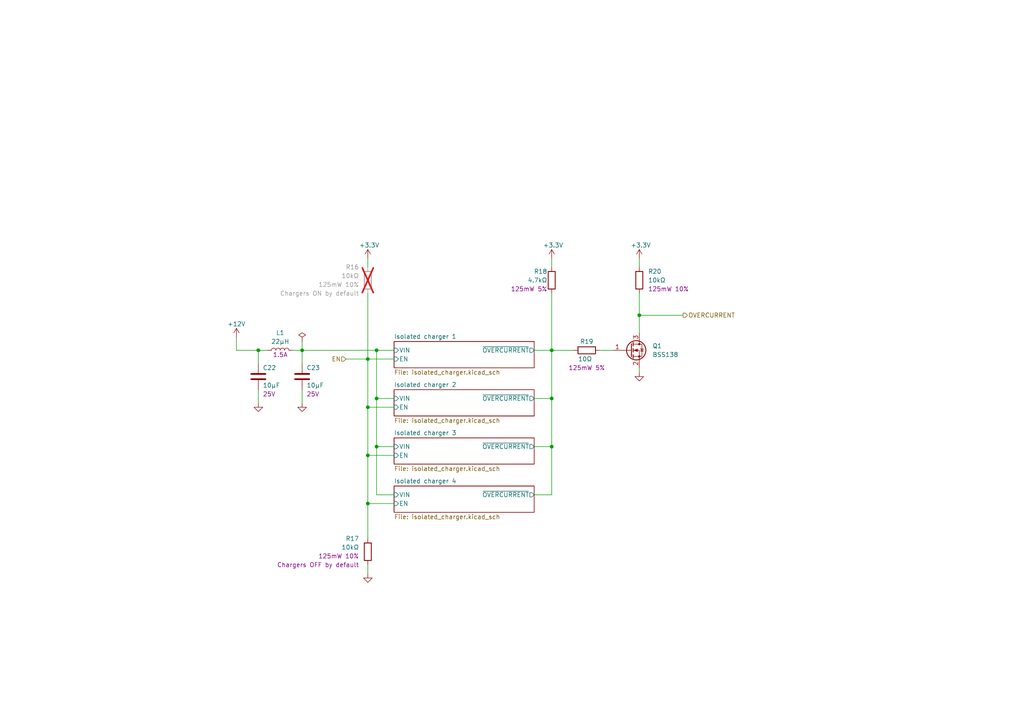
<source format=kicad_sch>
(kicad_sch (version 20230121) (generator eeschema)
  (paper "A4")
  (lib_symbols
    (symbol "Device:C" (pin_numbers hide) (pin_names (offset 0.254))
      (property "Reference" "C" (at 0.635 2.54 0))
      (property "Value" "C" (at 0.635 -2.54 0))
      (symbol "C_0_1"
        (polyline (pts (xy -2.032 -0.762) (xy 2.032 -0.762)) (stroke (width 0.508)))
        (polyline (pts (xy -2.032 0.762) (xy 2.032 0.762)) (stroke (width 0.508)))
      )
      (symbol "C_1_1"
        (pin passive line (at 0 3.81 270) (length 2.794) (name "~") (number "1"))
        (pin passive line (at 0 -3.81 90) (length 2.794) (name "~") (number "2"))
      )
    )
    (symbol "Device:L" (pin_numbers hide) (pin_names (offset 1.016) hide)
      (property "Reference" "L" (at -1.27 0 90))
      (property "Value" "L" (at 1.905 0 90))
      (symbol "L_0_1"
        (arc (start 0 -2.54) (mid 0.6323 -1.905) (end 0 -1.27))
        (arc (start 0 -1.27) (mid 0.6323 -0.635) (end 0 0))
        (arc (start 0 0) (mid 0.6323 0.635) (end 0 1.27))
        (arc (start 0 1.27) (mid 0.6323 1.905) (end 0 2.54))
      )
      (symbol "L_1_1"
        (pin passive line (at 0 3.81 270) (length 1.27) (name "1") (number "1"))
        (pin passive line (at 0 -3.81 90) (length 1.27) (name "2") (number "2"))
      )
    )
    (symbol "Device:R" (pin_numbers hide) (pin_names (offset 0))
      (property "Reference" "R" (at 2.032 0 90))
      (property "Value" "R" (at 0 0 90))
      (symbol "R_0_1"
        (rectangle (start -1.016 -2.54) (end 1.016 2.54) (stroke (width 0.254)))
      )
      (symbol "R_1_1"
        (pin passive line (at 0 3.81 270) (length 1.27) (name "~") (number "1"))
        (pin passive line (at 0 -3.81 90) (length 1.27) (name "~") (number "2"))
      )
    )
    (symbol "Transistor_FET:BSS138" (pin_names hide)
      (property "Reference" "Q" (at 5.08 1.905 0))
      (property "Value" "BSS138" (at 5.08 0 0))
      (symbol "BSS138_0_1"
        (polyline (pts (xy 0.254 0) (xy -2.54 0)))
        (polyline (pts (xy 0.254 1.905) (xy 0.254 -1.905)) (stroke (width 0.254)))
        (polyline (pts (xy 0.762 -1.27) (xy 0.762 -2.286)) (stroke (width 0.254)))
        (polyline (pts (xy 0.762 0.508) (xy 0.762 -0.508)) (stroke (width 0.254)))
        (polyline (pts (xy 0.762 2.286) (xy 0.762 1.27)) (stroke (width 0.254)))
        (polyline (pts (xy 2.54 2.54) (xy 2.54 1.778)))
        (polyline (pts (xy 2.54 -2.54) (xy 2.54 0) (xy 0.762 0)))
        (polyline (pts (xy 0.762 -1.778) (xy 3.302 -1.778) (xy 3.302 1.778) (xy 0.762 1.778)))
        (polyline (pts (xy 1.016 0) (xy 2.032 0.381) (xy 2.032 -0.381) (xy 1.016 0)) (fill (type outline)))
        (polyline (pts (xy 2.794 0.508) (xy 2.921 0.381) (xy 3.683 0.381) (xy 3.81 0.254)))
        (polyline (pts (xy 3.302 0.381) (xy 2.921 -0.254) (xy 3.683 -0.254) (xy 3.302 0.381)))
        (circle (center 1.651 0) (radius 2.794) (stroke (width 0.254)))
        (circle (center 2.54 -1.778) (radius 0.254) (fill (type outline)))
        (circle (center 2.54 1.778) (radius 0.254) (fill (type outline)))
      )
      (symbol "BSS138_1_1"
        (pin input line (at -5.08 0 0) (length 2.54) (name "G") (number "1"))
        (pin passive line (at 2.54 -5.08 90) (length 2.54) (name "S") (number "2"))
        (pin passive line (at 2.54 5.08 270) (length 2.54) (name "D") (number "3"))
      )
    )
    (symbol "power:+12V" (power) (pin_names (offset 0))
      (property "Value" "+12V" (at 0 3.556 0))
      (symbol "+12V_0_1"
        (polyline (pts (xy -0.762 1.27) (xy 0 2.54)))
        (polyline (pts (xy 0 0) (xy 0 2.54)))
        (polyline (pts (xy 0 2.54) (xy 0.762 1.27)))
      )
      (symbol "+12V_1_1"
        (pin power_in line (at 0 0 90) (length 0) hide (name "+12V") (number "1"))
      )
    )
    (symbol "power:+3.3V" (power) (pin_names (offset 0))
      (property "Value" "+3.3V" (at 0 3.556 0))
      (symbol "+3.3V_0_1"
        (polyline (pts (xy -0.762 1.27) (xy 0 2.54)))
        (polyline (pts (xy 0 0) (xy 0 2.54)))
        (polyline (pts (xy 0 2.54) (xy 0.762 1.27)))
      )
      (symbol "+3.3V_1_1"
        (pin power_in line (at 0 0 90) (length 0) hide (name "+3.3V") (number "1"))
      )
    )
    (symbol "power:GND" (power) (pin_names (offset 0))
      (property "Value" "GND" (at 0 -3.81 0))
      (symbol "GND_0_1"
        (polyline (pts (xy 0 0) (xy 0 -1.27) (xy 1.27 -1.27) (xy 0 -2.54) (xy -1.27 -1.27) (xy 0 -1.27)))
      )
      (symbol "GND_1_1"
        (pin power_in line (at 0 0 270) (length 0) hide (name "GND") (number "1"))
      )
    )
    (symbol "power:PWR_FLAG" (power) (pin_numbers hide) (pin_names (offset 0) hide)
      (property "Value" "PWR_FLAG" (at 0 3.81 0))
      (symbol "PWR_FLAG_0_0"
        (pin power_out line (at 0 0 90) (length 0) (name "pwr") (number "1"))
      )
      (symbol "PWR_FLAG_0_1"
        (polyline (pts (xy 0 0) (xy 0 1.27) (xy -1.016 1.905) (xy 0 2.54) (xy 1.016 1.905) (xy 0 1.27)))
      )
    )
  )
  (junction (at 74.93 101.6))
  (junction (at 160.02 101.6))
  (junction (at 109.22 129.54))
  (junction (at 106.68 104.14))
  (junction (at 109.22 101.6))
  (junction (at 160.02 129.54))
  (junction (at 106.68 118.11))
  (junction (at 109.22 115.57))
  (junction (at 185.42 91.44))
  (junction (at 160.02 115.57))
  (junction (at 87.63 101.6))
  (junction (at 106.68 146.05))
  (junction (at 106.68 132.08))
  (wire (pts (xy 106.68 104.14) (xy 106.68 118.11)))
  (wire (pts (xy 87.63 101.6) (xy 109.22 101.6)))
  (wire (pts (xy 106.68 85.09) (xy 106.68 104.14)))
  (wire (pts (xy 160.02 115.57) (xy 160.02 129.54)))
  (wire (pts (xy 109.22 143.51) (xy 114.3 143.51)))
  (wire (pts (xy 109.22 129.54) (xy 114.3 129.54)))
  (wire (pts (xy 109.22 115.57) (xy 109.22 129.54)))
  (wire (pts (xy 173.99 101.6) (xy 177.8 101.6)))
  (wire (pts (xy 109.22 115.57) (xy 114.3 115.57)))
  (wire (pts (xy 106.68 132.08) (xy 114.3 132.08)))
  (wire (pts (xy 154.94 115.57) (xy 160.02 115.57)))
  (wire (pts (xy 160.02 85.09) (xy 160.02 101.6)))
  (wire (pts (xy 160.02 129.54) (xy 160.02 143.51)))
  (wire (pts (xy 109.22 101.6) (xy 109.22 115.57)))
  (wire (pts (xy 185.42 106.68) (xy 185.42 107.95)))
  (wire (pts (xy 160.02 143.51) (xy 154.94 143.51)))
  (wire (pts (xy 106.68 104.14) (xy 114.3 104.14)))
  (wire (pts (xy 185.42 74.93) (xy 185.42 77.47)))
  (wire (pts (xy 106.68 146.05) (xy 106.68 156.21)))
  (wire (pts (xy 154.94 101.6) (xy 160.02 101.6)))
  (wire (pts (xy 185.42 91.44) (xy 198.12 91.44)))
  (wire (pts (xy 100.33 104.14) (xy 106.68 104.14)))
  (wire (pts (xy 74.93 101.6) (xy 77.47 101.6)))
  (wire (pts (xy 87.63 113.03) (xy 87.63 116.84)))
  (wire (pts (xy 106.68 74.93) (xy 106.68 77.47)))
  (wire (pts (xy 106.68 163.83) (xy 106.68 166.37)))
  (wire (pts (xy 154.94 129.54) (xy 160.02 129.54)))
  (wire (pts (xy 68.58 97.79) (xy 68.58 101.6)))
  (wire (pts (xy 106.68 132.08) (xy 106.68 146.05)))
  (wire (pts (xy 185.42 85.09) (xy 185.42 91.44)))
  (wire (pts (xy 74.93 113.03) (xy 74.93 116.84)))
  (wire (pts (xy 106.68 118.11) (xy 106.68 132.08)))
  (wire (pts (xy 68.58 101.6) (xy 74.93 101.6)))
  (wire (pts (xy 160.02 101.6) (xy 166.37 101.6)))
  (wire (pts (xy 185.42 91.44) (xy 185.42 96.52)))
  (wire (pts (xy 109.22 129.54) (xy 109.22 143.51)))
  (wire (pts (xy 85.09 101.6) (xy 87.63 101.6)))
  (wire (pts (xy 160.02 74.93) (xy 160.02 77.47)))
  (wire (pts (xy 106.68 146.05) (xy 114.3 146.05)))
  (wire (pts (xy 87.63 99.06) (xy 87.63 101.6)))
  (wire (pts (xy 74.93 101.6) (xy 74.93 105.41)))
  (wire (pts (xy 106.68 118.11) (xy 114.3 118.11)))
  (wire (pts (xy 109.22 101.6) (xy 114.3 101.6)))
  (wire (pts (xy 87.63 101.6) (xy 87.63 105.41)))
  (wire (pts (xy 160.02 101.6) (xy 160.02 115.57)))
  (hierarchical_label "EN" (shape input) (at 100.33 104.14 180))
  (hierarchical_label "OVERCURRENT" (shape output) (at 198.12 91.44 0))
  (symbol (lib_id "Transistor_FET:BSS138") (at 182.88 101.6 0) (unit 1)
    (property "Reference" "Q1" (at 189.23 100.33 0) (effects (justify left)))
    (property "Value" "BSS138" (at 189.23 102.87 0) (effects (justify left)))
    (property "Footprint" "Package_TO_SOT_SMD:SOT-23" (effects hide))
    (property "Datasheet" "https://www.onsemi.com/pub/Collateral/BSS138-D.PDF" (effects hide))
    (property "Shop" "https://store.comet.bg/Catalogue/Product/46986/" (effects hide))
  )
  (symbol (lib_id "Device:R") (at 170.18 101.6 90) (unit 1)
    (property "Reference" "R19" (at 170.18 99.06 90))
    (property "Value" "10Ω " (at 170.18 104.14 90))
    (property "Footprint" "Resistor_SMD:R_0805_2012Metric" (effects hide))
    (property "Info" "125mW 5%" (at 170.18 106.68 90))
    (property "Shop" "https://store.comet.bg/Catalogue/Product/29580/" (effects hide))
  )
  (symbol (lib_id "Device:R") (at 106.68 160.02 0) (mirror x) (unit 1)
    (property "Reference" "R17" (at 104.14 156.21 0) (effects (justify right)))
    (property "Value" "10kΩ" (at 104.14 158.75 0) (effects (justify right)))
    (property "Footprint" "Resistor_SMD:R_0805_2012Metric" (effects hide))
    (property "Info" "125mW 10%" (at 104.14 161.29 0) (effects (justify right)))
    (property "Shop" "https://store.comet.bg/Catalogue/Product/29102/" (effects hide))
    (property "Purpose" "Chargers OFF by default" (at 104.14 163.83 0) (effects (justify right)))
  )
  (symbol (lib_id "Device:C") (at 87.63 109.22 0) (unit 1)
    (property "Reference" "C23" (at 88.9 106.68 0) (effects (justify left)))
    (property "Value" "10μF" (at 88.9 111.76 0) (effects (justify left)))
    (property "Footprint" "Capacitor_SMD:C_0805_2012Metric" (effects hide))
    (property "Info" "25V" (at 88.9 114.3 0) (effects (justify left)))
    (property "Shop" "https://store.comet.bg/Catalogue/Product/44616/" (effects hide))
  )
  (symbol (lib_id "power:+3.3V") (at 185.42 74.93 0) (unit 1)
    (property "Reference" "#PWR028" (effects hide))
    (property "Value" "+3.3V" (at 182.88 71.12 0) (effects (justify left)))
  )
  (symbol (lib_id "power:GND") (at 106.68 166.37 0) (unit 1)
    (property "Reference" "#PWR026" (effects hide))
    (property "Value" "GND" (effects hide))
  )
  (symbol (lib_id "Device:R") (at 185.42 81.28 180) (unit 1)
    (property "Reference" "R20" (at 187.96 78.74 0) (effects (justify right)))
    (property "Value" "10kΩ" (at 187.96 81.28 0) (effects (justify right)))
    (property "Footprint" "Resistor_SMD:R_0805_2012Metric" (effects hide))
    (property "Info" "125mW 10%" (at 187.96 83.82 0) (effects (justify right)))
    (property "Shop" "https://store.comet.bg/Catalogue/Product/29102/" (effects hide))
  )
  (symbol (lib_id "power:GND") (at 185.42 107.95 0) (unit 1)
    (property "Reference" "#PWR029" (effects hide))
    (property "Value" "GND" (effects hide))
  )
  (symbol (lib_id "power:PWR_FLAG") (at 87.63 99.06 0) (unit 1)
    (property "Reference" "#FLG01" (effects hide))
    (property "Value" "PWR_FLAG" (effects hide))
  )
  (symbol (lib_id "power:+3.3V") (at 106.68 74.93 0) (unit 1)
    (property "Reference" "#PWR025" (effects hide))
    (property "Value" "+3.3V" (at 104.14 71.12 0) (effects (justify left)))
  )
  (symbol (lib_id "power:GND") (at 74.93 116.84 0) (unit 1)
    (property "Reference" "#PWR023" (effects hide))
    (property "Value" "GND" (effects hide))
  )
  (symbol (lib_id "Device:C") (at 74.93 109.22 0) (unit 1)
    (property "Reference" "C22" (at 76.2 106.68 0) (effects (justify left)))
    (property "Value" "10μF" (at 76.2 111.76 0) (effects (justify left)))
    (property "Footprint" "Capacitor_SMD:C_0805_2012Metric" (effects hide))
    (property "Info" "25V" (at 76.2 114.3 0) (effects (justify left)))
    (property "Shop" "https://store.comet.bg/Catalogue/Product/44616/" (effects hide))
  )
  (symbol (lib_id "power:GND") (at 87.63 116.84 0) (unit 1)
    (property "Reference" "#PWR024" (effects hide))
    (property "Value" "GND" (effects hide))
  )
  (symbol (lib_id "power:+3.3V") (at 160.02 74.93 0) (unit 1)
    (property "Reference" "#PWR027" (effects hide))
    (property "Value" "+3.3V" (at 157.48 71.12 0) (effects (justify left)))
  )
  (symbol (lib_id "Device:R") (at 106.68 81.28 0) (mirror x) (unit 1) (dnp yes)
    (property "Reference" "R16" (at 104.14 77.47 0) (effects (justify right)))
    (property "Value" "10kΩ" (at 104.14 80.01 0) (effects (justify right)))
    (property "Footprint" "Resistor_SMD:R_0805_2012Metric" (effects hide))
    (property "Info" "125mW 10%" (at 104.14 82.55 0) (effects (justify right)))
    (property "Shop" "https://store.comet.bg/Catalogue/Product/29102/" (effects hide))
    (property "Purpose" "Chargers ON by default" (at 104.14 85.09 0) (effects (justify right)))
  )
  (symbol (lib_id "power:+12V") (at 68.58 97.79 0) (unit 1)
    (property "Reference" "#PWR022" (effects hide))
    (property "Value" "+12V" (at 68.58 93.98 0))
  )
  (symbol (lib_id "Device:R") (at 160.02 81.28 0) (mirror x) (unit 1)
    (property "Reference" "R18" (at 158.75 78.74 0) (effects (justify right)))
    (property "Value" "4.7kΩ" (at 158.75 81.28 0) (effects (justify right)))
    (property "Footprint" "Resistor_SMD:R_0805_2012Metric" (effects hide))
    (property "Info" "125mW 5%" (at 158.75 83.82 0) (effects (justify right)))
    (property "Shop" "https://store.comet.bg/Catalogue/Product/29101/" (effects hide))
  )
  (symbol (lib_id "Device:L") (at 81.28 101.6 90) (unit 1)
    (property "Reference" "L1" (at 81.28 96.52 90))
    (property "Value" "22μH" (at 81.28 99.06 90))
    (property "Footprint" "Inductor_SMD:L_Sunlord_SWPA6045S" (effects hide))
    (property "Shop" "https://store.comet.bg/Catalogue/Product/49991/" (effects hide))
    (property "Info" "1.5A" (at 81.28 102.87 90))
  )
  (sheet (at 114.3 99.06) (size 40.64 7.62) (stroke (width 0.1524))
    (property "Sheetname" "Isolated charger 1" (at 114.3 98.3484 0) (effects (justify left bottom)))
    (property "Sheetfile" "isolated_charger.kicad_sch" (at 114.3 107.2646 0) (effects (justify left top)))
    (pin "VIN" input (at 114.3 101.6 180))
    (pin "EN" input (at 114.3 104.14 180))
    (pin "~{OVERCURRENT}" output (at 154.94 101.6 0))
  )
  (sheet (at 114.3 140.97) (size 40.64 7.62) (stroke (width 0.1524))
    (property "Sheetname" "Isolated charger 4" (at 114.3 140.2584 0) (effects (justify left bottom)))
    (property "Sheetfile" "isolated_charger.kicad_sch" (at 114.3 149.1746 0) (effects (justify left top)))
    (pin "VIN" input (at 114.3 143.51 180))
    (pin "EN" input (at 114.3 146.05 180))
    (pin "~{OVERCURRENT}" output (at 154.94 143.51 0))
  )
  (sheet (at 114.3 113.03) (size 40.64 7.62) (stroke (width 0.1524))
    (property "Sheetname" "Isolated charger 2" (at 114.3 112.3184 0) (effects (justify left bottom)))
    (property "Sheetfile" "isolated_charger.kicad_sch" (at 114.3 121.2346 0) (effects (justify left top)))
    (pin "VIN" input (at 114.3 115.57 180))
    (pin "EN" input (at 114.3 118.11 180))
    (pin "~{OVERCURRENT}" output (at 154.94 115.57 0))
  )
  (sheet (at 114.3 127) (size 40.64 7.62) (stroke (width 0.1524))
    (property "Sheetname" "Isolated charger 3" (at 114.3 126.2884 0) (effects (justify left bottom)))
    (property "Sheetfile" "isolated_charger.kicad_sch" (at 114.3 135.2046 0) (effects (justify left top)))
    (pin "VIN" input (at 114.3 129.54 180))
    (pin "EN" input (at 114.3 132.08 180))
    (pin "~{OVERCURRENT}" output (at 154.94 129.54 0))
  )
)
</source>
